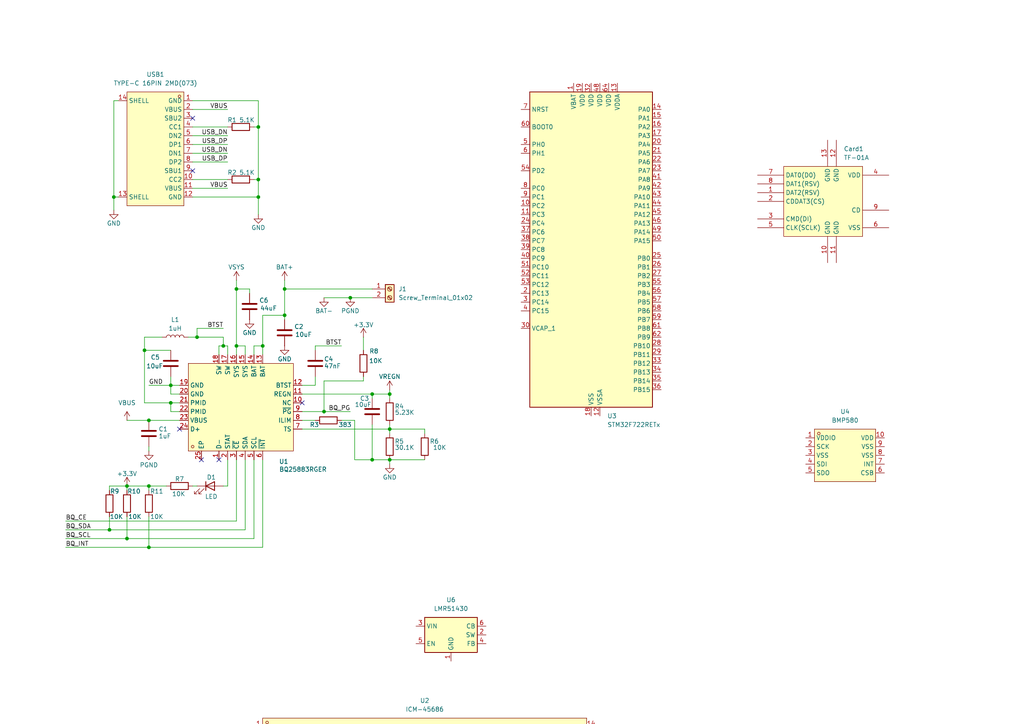
<source format=kicad_sch>
(kicad_sch (version 20250114) (generator "eeschema") (generator_version "9.0")
  (paper "A4")
  (lib_symbols
    (symbol "Connector:Screw_Terminal_01x02" (pin_names (offset 1.016) (hide yes))
      (property "Reference" "J" (at 0 2.54 0))
      (property "Value" "Screw_Terminal_01x02" (at 0 -5.08 0))
      (symbol "Screw_Terminal_01x02_1_1"
        (rectangle (start -1.27 1.27) (end 1.27 -3.81) (stroke (width 0.254)) (fill (type background)))
        (polyline (pts (xy -0.5334 0.3302) (xy 0.3302 -0.508)) (stroke (width 0.1524)))
        (polyline (pts (xy -0.5334 -2.2098) (xy 0.3302 -3.048)) (stroke (width 0.1524)))
        (polyline (pts (xy -0.3556 0.508) (xy 0.508 -0.3302)) (stroke (width 0.1524)))
        (polyline (pts (xy -0.3556 -2.032) (xy 0.508 -2.8702)) (stroke (width 0.1524)))
        (circle (center 0 0) (radius 0.635) (stroke (width 0.1524)))
        (circle (center 0 -2.54) (radius 0.635) (stroke (width 0.1524)))
        (pin passive line (at -5.08 0 0) (length 3.81) (name "Pin_1") (number "1"))
        (pin passive line (at -5.08 -2.54 0) (length 3.81) (name "Pin_2") (number "2"))
      )
    )
    (symbol "Device:C" (pin_numbers (hide yes)) (pin_names (offset 0.254))
      (property "Reference" "C" (at 0.635 2.54 0))
      (property "Value" "C" (at 0.635 -2.54 0))
      (symbol "C_0_1"
        (polyline (pts (xy -2.032 0.762) (xy 2.032 0.762)) (stroke (width 0.508)))
        (polyline (pts (xy -2.032 -0.762) (xy 2.032 -0.762)) (stroke (width 0.508)))
      )
      (symbol "C_1_1"
        (pin passive line (at 0 3.81 270) (length 2.794) (name "~") (number "1"))
        (pin passive line (at 0 -3.81 90) (length 2.794) (name "~") (number "2"))
      )
    )
    (symbol "Device:L" (pin_numbers (hide yes)) (pin_names (offset 1.016) (hide yes))
      (property "Reference" "L" (at -1.27 0 90))
      (property "Value" "L" (at 1.905 0 90))
      (symbol "L_0_1"
        (arc (start 0 2.54) (mid 0.6323 1.905) (end 0 1.27))
        (arc (start 0 1.27) (mid 0.6323 0.635) (end 0 0))
        (arc (start 0 0) (mid 0.6323 -0.635) (end 0 -1.27))
        (arc (start 0 -1.27) (mid 0.6323 -1.905) (end 0 -2.54))
      )
      (symbol "L_1_1"
        (pin passive line (at 0 3.81 270) (length 1.27) (name "1") (number "1"))
        (pin passive line (at 0 -3.81 90) (length 1.27) (name "2") (number "2"))
      )
    )
    (symbol "Device:LED" (pin_numbers (hide yes)) (pin_names (offset 1.016) (hide yes))
      (property "Reference" "D" (at 0 2.54 0))
      (property "Value" "LED" (at 0 -2.54 0))
      (symbol "LED_0_1"
        (polyline (pts (xy -3.048 -0.762) (xy -4.572 -2.286) (xy -3.81 -2.286) (xy -4.572 -2.286) (xy -4.572 -1.524)))
        (polyline (pts (xy -1.778 -0.762) (xy -3.302 -2.286) (xy -2.54 -2.286) (xy -3.302 -2.286) (xy -3.302 -1.524)))
        (polyline (pts (xy -1.27 0) (xy 1.27 0)))
        (polyline (pts (xy -1.27 -1.27) (xy -1.27 1.27)) (stroke (width 0.254)))
        (polyline (pts (xy 1.27 -1.27) (xy 1.27 1.27) (xy -1.27 0) (xy 1.27 -1.27)) (stroke (width 0.254)))
      )
      (symbol "LED_1_1"
        (pin passive line (at -3.81 0 0) (length 2.54) (name "K") (number "1"))
        (pin passive line (at 3.81 0 180) (length 2.54) (name "A") (number "2"))
      )
    )
    (symbol "Device:R" (pin_numbers (hide yes)) (pin_names (offset 0))
      (property "Reference" "R" (at 2.032 0 90))
      (property "Value" "R" (at 0 0 90))
      (symbol "R_0_1"
        (rectangle (start -1.016 -2.54) (end 1.016 2.54) (stroke (width 0.254)))
      )
      (symbol "R_1_1"
        (pin passive line (at 0 3.81 270) (length 1.27) (name "~") (number "1"))
        (pin passive line (at 0 -3.81 90) (length 1.27) (name "~") (number "2"))
      )
    )
    (symbol "MCU_ST_STM32F7:STM32F722RETx"
      (property "Reference" "U" (at -17.78 46.99 0))
      (property "Value" "STM32F722RETx" (at 10.16 46.99 0))
      (symbol "STM32F722RETx_0_1"
        (rectangle (start -17.78 -45.72) (end 17.78 45.72) (stroke (width 0.254)) (fill (type background)))
      )
      (symbol "STM32F722RETx_1_1"
        (pin input line (at -20.32 40.64 0) (length 2.54) (name "NRST") (number "7"))
        (pin input line (at -20.32 35.56 0) (length 2.54) (name "BOOT0") (number "60"))
        (pin bidirectional line (at -20.32 30.48 0) (length 2.54) (name "PH0") (number "5"))
        (pin bidirectional line (at -20.32 27.94 0) (length 2.54) (name "PH1") (number "6"))
        (pin bidirectional line (at -20.32 22.86 0) (length 2.54) (name "PD2") (number "54"))
        (pin bidirectional line (at -20.32 17.78 0) (length 2.54) (name "PC0") (number "8"))
        (pin bidirectional line (at -20.32 15.24 0) (length 2.54) (name "PC1") (number "9"))
        (pin bidirectional line (at -20.32 12.7 0) (length 2.54) (name "PC2") (number "10"))
        (pin bidirectional line (at -20.32 10.16 0) (length 2.54) (name "PC3") (number "11"))
        (pin bidirectional line (at -20.32 7.62 0) (length 2.54) (name "PC4") (number "24"))
        (pin bidirectional line (at -20.32 5.08 0) (length 2.54) (name "PC6") (number "37"))
        (pin bidirectional line (at -20.32 2.54 0) (length 2.54) (name "PC7") (number "38"))
        (pin bidirectional line (at -20.32 0 0) (length 2.54) (name "PC8") (number "39"))
        (pin bidirectional line (at -20.32 -2.54 0) (length 2.54) (name "PC9") (number "40"))
        (pin bidirectional line (at -20.32 -5.08 0) (length 2.54) (name "PC10") (number "51"))
        (pin bidirectional line (at -20.32 -7.62 0) (length 2.54) (name "PC11") (number "52"))
        (pin bidirectional line (at -20.32 -10.16 0) (length 2.54) (name "PC12") (number "53"))
        (pin bidirectional line (at -20.32 -12.7 0) (length 2.54) (name "PC13") (number "2"))
        (pin bidirectional line (at -20.32 -15.24 0) (length 2.54) (name "PC14") (number "3"))
        (pin bidirectional line (at -20.32 -17.78 0) (length 2.54) (name "PC15") (number "4"))
        (pin power_out line (at -20.32 -22.86 0) (length 2.54) (name "VCAP_1") (number "30"))
        (pin power_in line (at -5.08 48.26 270) (length 2.54) (name "VBAT") (number "1"))
        (pin power_in line (at -2.54 48.26 270) (length 2.54) (name "VDD") (number "19"))
        (pin power_in line (at 0 48.26 270) (length 2.54) (name "VDD") (number "32"))
        (pin power_in line (at 0 -48.26 90) (length 2.54) (name "VSS") (number "18"))
        (pin passive line (at 0 -48.26 90) (length 2.54) (hide yes) (name "VSS") (number "31"))
        (pin passive line (at 0 -48.26 90) (length 2.54) (hide yes) (name "VSS") (number "47"))
        (pin passive line (at 0 -48.26 90) (length 2.54) (hide yes) (name "VSS") (number "63"))
        (pin power_in line (at 2.54 48.26 270) (length 2.54) (name "VDD") (number "48"))
        (pin power_in line (at 2.54 -48.26 90) (length 2.54) (name "VSSA") (number "12"))
        (pin power_in line (at 5.08 48.26 270) (length 2.54) (name "VDD") (number "64"))
        (pin power_in line (at 7.62 48.26 270) (length 2.54) (name "VDDA") (number "13"))
        (pin bidirectional line (at 20.32 40.64 180) (length 2.54) (name "PA0") (number "14"))
        (pin bidirectional line (at 20.32 38.1 180) (length 2.54) (name "PA1") (number "15"))
        (pin bidirectional line (at 20.32 35.56 180) (length 2.54) (name "PA2") (number "16"))
        (pin bidirectional line (at 20.32 33.02 180) (length 2.54) (name "PA3") (number "17"))
        (pin bidirectional line (at 20.32 30.48 180) (length 2.54) (name "PA4") (number "20"))
        (pin bidirectional line (at 20.32 27.94 180) (length 2.54) (name "PA5") (number "21"))
        (pin bidirectional line (at 20.32 25.4 180) (length 2.54) (name "PA6") (number "22"))
        (pin bidirectional line (at 20.32 22.86 180) (length 2.54) (name "PA7") (number "23"))
        (pin bidirectional line (at 20.32 20.32 180) (length 2.54) (name "PA8") (number "41"))
        (pin bidirectional line (at 20.32 17.78 180) (length 2.54) (name "PA9") (number "42"))
        (pin bidirectional line (at 20.32 15.24 180) (length 2.54) (name "PA10") (number "43"))
        (pin bidirectional line (at 20.32 12.7 180) (length 2.54) (name "PA11") (number "44"))
        (pin bidirectional line (at 20.32 10.16 180) (length 2.54) (name "PA12") (number "45"))
        (pin bidirectional line (at 20.32 7.62 180) (length 2.54) (name "PA13") (number "46"))
        (pin bidirectional line (at 20.32 5.08 180) (length 2.54) (name "PA14") (number "49"))
        (pin bidirectional line (at 20.32 2.54 180) (length 2.54) (name "PA15") (number "50"))
        (pin bidirectional line (at 20.32 -2.54 180) (length 2.54) (name "PB0") (number "25"))
        (pin bidirectional line (at 20.32 -5.08 180) (length 2.54) (name "PB1") (number "26"))
        (pin bidirectional line (at 20.32 -7.62 180) (length 2.54) (name "PB2") (number "27"))
        (pin bidirectional line (at 20.32 -10.16 180) (length 2.54) (name "PB3") (number "55"))
        (pin bidirectional line (at 20.32 -12.7 180) (length 2.54) (name "PB4") (number "56"))
        (pin bidirectional line (at 20.32 -15.24 180) (length 2.54) (name "PB5") (number "57"))
        (pin bidirectional line (at 20.32 -17.78 180) (length 2.54) (name "PB6") (number "58"))
        (pin bidirectional line (at 20.32 -20.32 180) (length 2.54) (name "PB7") (number "59"))
        (pin bidirectional line (at 20.32 -22.86 180) (length 2.54) (name "PB8") (number "61"))
        (pin bidirectional line (at 20.32 -25.4 180) (length 2.54) (name "PB9") (number "62"))
        (pin bidirectional line (at 20.32 -27.94 180) (length 2.54) (name "PB10") (number "28"))
        (pin bidirectional line (at 20.32 -30.48 180) (length 2.54) (name "PB11") (number "29"))
        (pin bidirectional line (at 20.32 -33.02 180) (length 2.54) (name "PB12") (number "33"))
        (pin bidirectional line (at 20.32 -35.56 180) (length 2.54) (name "PB13") (number "34"))
        (pin bidirectional line (at 20.32 -38.1 180) (length 2.54) (name "PB14") (number "35"))
        (pin bidirectional line (at 20.32 -40.64 180) (length 2.54) (name "PB15") (number "36"))
      )
    )
    (symbol "Regulator_Switching:LMR51430"
      (property "Reference" "U" (at -7.62 6.35 0))
      (property "Value" "LMR51430" (at 0 6.35 0))
      (symbol "LMR51430_0_1"
        (rectangle (start -7.62 5.08) (end 7.62 -5.08) (stroke (width 0.254)) (fill (type background)))
      )
      (symbol "LMR51430_1_1"
        (pin power_in line (at -10.16 2.54 0) (length 2.54) (name "VIN") (number "3"))
        (pin input line (at -10.16 -2.54 0) (length 2.54) (name "EN") (number "5"))
        (pin power_in line (at 0 -7.62 90) (length 2.54) (name "GND") (number "1"))
        (pin passive line (at 10.16 2.54 180) (length 2.54) (name "CB") (number "6"))
        (pin power_out line (at 10.16 0 180) (length 2.54) (name "SW") (number "2"))
        (pin input line (at 10.16 -2.54 180) (length 2.54) (name "FB") (number "4"))
      )
    )
    (symbol "lcsc:BMP580"
      (property "Reference" "U" (at 0 10.16 0))
      (property "Value" "BMP580" (at 0 -10.16 0))
      (symbol "BMP580_0_1"
        (rectangle (start -8.89 7.62) (end 8.89 -7.62) (fill (type background)))
        (circle (center -7.62 6.35) (radius 0.38))
        (pin unspecified line (at -11.43 5.08 0) (length 2.54) (name "VDDIO") (number "1"))
        (pin unspecified line (at -11.43 2.54 0) (length 2.54) (name "SCK") (number "2"))
        (pin unspecified line (at -11.43 0 0) (length 2.54) (name "VSS") (number "3"))
        (pin unspecified line (at -11.43 -2.54 0) (length 2.54) (name "SDI") (number "4"))
        (pin unspecified line (at -11.43 -5.08 0) (length 2.54) (name "SDO") (number "5"))
        (pin unspecified line (at 11.43 5.08 180) (length 2.54) (name "VDD") (number "10"))
        (pin unspecified line (at 11.43 2.54 180) (length 2.54) (name "VSS") (number "9"))
        (pin unspecified line (at 11.43 0 180) (length 2.54) (name "VSS") (number "8"))
        (pin unspecified line (at 11.43 -2.54 180) (length 2.54) (name "INT") (number "7"))
        (pin unspecified line (at 11.43 -5.08 180) (length 2.54) (name "CSB") (number "6"))
      )
    )
    (symbol "lcsc:BQ25883RGER"
      (property "Reference" "U" (at 0 22.86 0))
      (property "Value" "BQ25883RGER" (at 0 -22.86 0))
      (symbol "BQ25883RGER_0_1"
        (rectangle (start -12.7 15.24) (end 12.7 -15.24) (fill (type background)))
        (circle (center -11.43 13.97) (radius 0.38))
        (pin unspecified line (at -15.24 11.43 0) (length 2.54) (name "EP") (number "25"))
        (pin unspecified line (at -15.24 6.35 0) (length 2.54) (name "D-") (number "1"))
        (pin unspecified line (at -15.24 3.81 0) (length 2.54) (name "STAT") (number "2"))
        (pin unspecified line (at -15.24 1.27 0) (length 2.54) (name "~{CE}") (number "3"))
        (pin unspecified line (at -15.24 -1.27 0) (length 2.54) (name "SDA") (number "4"))
        (pin unspecified line (at -15.24 -3.81 0) (length 2.54) (name "SCL") (number "5"))
        (pin unspecified line (at -15.24 -6.35 0) (length 2.54) (name "~{INT}") (number "6"))
        (pin unspecified line (at -6.35 17.78 270) (length 2.54) (name "D+") (number "24"))
        (pin unspecified line (at -6.35 -17.78 90) (length 2.54) (name "TS") (number "7"))
        (pin unspecified line (at -3.81 17.78 270) (length 2.54) (name "VBUS") (number "23"))
        (pin unspecified line (at -3.81 -17.78 90) (length 2.54) (name "ILIM") (number "8"))
        (pin unspecified line (at -1.27 17.78 270) (length 2.54) (name "PMID") (number "22"))
        (pin unspecified line (at -1.27 -17.78 90) (length 2.54) (name "~{PG}") (number "9"))
        (pin unspecified line (at 1.27 17.78 270) (length 2.54) (name "PMID") (number "21"))
        (pin unspecified line (at 1.27 -17.78 90) (length 2.54) (name "NC") (number "10"))
        (pin unspecified line (at 3.81 17.78 270) (length 2.54) (name "GND") (number "20"))
        (pin unspecified line (at 3.81 -17.78 90) (length 2.54) (name "REGN") (number "11"))
        (pin unspecified line (at 6.35 17.78 270) (length 2.54) (name "GND") (number "19"))
        (pin unspecified line (at 6.35 -17.78 90) (length 2.54) (name "BTST") (number "12"))
        (pin unspecified line (at 15.24 6.35 180) (length 2.54) (name "SW") (number "18"))
        (pin unspecified line (at 15.24 3.81 180) (length 2.54) (name "SW") (number "17"))
        (pin unspecified line (at 15.24 1.27 180) (length 2.54) (name "SYS") (number "16"))
        (pin unspecified line (at 15.24 -1.27 180) (length 2.54) (name "SYS") (number "15"))
        (pin unspecified line (at 15.24 -3.81 180) (length 2.54) (name "BAT") (number "14"))
        (pin unspecified line (at 15.24 -6.35 180) (length 2.54) (name "BAT") (number "13"))
      )
    )
    (symbol "lcsc:ICM-45686"
      (property "Reference" "U" (at 0 12.7 0))
      (property "Value" "ICM-45686" (at 0 -12.7 0))
      (symbol "ICM-45686_0_1"
        (rectangle (start -46.99 10.16) (end 46.99 -10.16) (fill (type background)))
        (circle (center -45.72 8.89) (radius 0.38))
        (pin unspecified line (at -49.53 7.62 0) (length 2.54) (name "AP_SDO/AP_AD0") (number "1"))
        (pin unspecified line (at -49.53 5.08 0) (length 2.54) (name "RESV/AUX1_SDIO/AUX1_SDI/MAS_DA") (number "2"))
        (pin unspecified line (at -49.53 2.54 0) (length 2.54) (name "RESV/AUX1_SCLK/MAS_CLK") (number "3"))
        (pin unspecified line (at -49.53 0 0) (length 2.54) (name "INT1/INT") (number "4"))
        (pin unspecified line (at -49.53 -2.54 0) (length 2.54) (name "VDDIO") (number "5"))
        (pin unspecified line (at -49.53 -5.08 0) (length 2.54) (name "GND") (number "6"))
        (pin unspecified line (at -49.53 -7.62 0) (length 2.54) (name "RESV") (number "7"))
        (pin unspecified line (at 49.53 7.62 180) (length 2.54) (name "AP_SDA/AP_SDIO/AP_SDI") (number "14"))
        (pin unspecified line (at 49.53 5.08 180) (length 2.54) (name "AP_SCL/AP_SCLK") (number "13"))
        (pin unspecified line (at 49.53 2.54 180) (length 2.54) (name "AP_CS") (number "12"))
        (pin unspecified line (at 49.53 0 180) (length 2.54) (name "RESV/AUX1_SDO") (number "11"))
        (pin unspecified line (at 49.53 -2.54 180) (length 2.54) (name "RESV/AUX1_CS") (number "10"))
        (pin unspecified line (at 49.53 -5.08 180) (length 2.54) (name "INT2/FSYNC/CLKIN") (number "9"))
        (pin unspecified line (at 49.53 -7.62 180) (length 2.54) (name "VDD") (number "8"))
      )
    )
    (symbol "lcsc:TF-01A"
      (property "Reference" "Card" (at 0 22.86 0))
      (property "Value" "TF-01A" (at 0 -22.86 0))
      (symbol "TF-01A_0_1"
        (rectangle (start -11.43 10.16) (end 11.43 -10.16) (fill (type background)))
        (pin bidirectional line (at -19.05 7.62 0) (length 7.62) (name "DAT0(D0)") (number "7"))
        (pin bidirectional line (at -19.05 5.08 0) (length 7.62) (name "DAT1(RSV)") (number "8"))
        (pin bidirectional line (at -19.05 2.54 0) (length 7.62) (name "DAT2(RSV)") (number "1"))
        (pin bidirectional line (at -19.05 0 0) (length 7.62) (name "CDDAT3(CS)") (number "2"))
        (pin input line (at -19.05 -5.08 0) (length 7.62) (name "CMD(DI)") (number "3"))
        (pin input line (at -19.05 -7.62 0) (length 7.62) (name "CLK(SCLK)") (number "5"))
        (pin input line (at 1.27 17.78 270) (length 7.62) (name "GND") (number "13"))
        (pin input line (at 1.27 -17.78 90) (length 7.62) (name "GND") (number "10"))
        (pin input line (at 3.81 17.78 270) (length 7.62) (name "GND") (number "12"))
        (pin input line (at 3.81 -17.78 90) (length 7.62) (name "GND") (number "11"))
        (pin input line (at 19.05 7.62 180) (length 7.62) (name "VDD") (number "4"))
        (pin input line (at 19.05 -2.54 180) (length 7.62) (name "CD") (number "9"))
        (pin input line (at 19.05 -7.62 180) (length 7.62) (name "VSS") (number "6"))
      )
    )
    (symbol "lcsc:TPS63070RNMR"
      (property "Reference" "U" (at 0 13.97 0))
      (property "Value" "TPS63070RNMR" (at 0 -13.97 0))
      (symbol "TPS63070RNMR_0_1"
        (rectangle (start -11.43 11.43) (end 11.43 -11.43) (fill (type background)))
        (circle (center -10.16 10.16) (radius 0.38))
        (pin unspecified line (at -13.97 8.89 0) (length 2.54) (name "PS/SYNC") (number "1"))
        (pin unspecified line (at -13.97 6.35 0) (length 2.54) (name "PG") (number "2"))
        (pin unspecified line (at -13.97 3.81 0) (length 2.54) (name "Vaux") (number "3"))
        (pin unspecified line (at -13.97 1.27 0) (length 2.54) (name "GND") (number "4"))
        (pin unspecified line (at -13.97 -1.27 0) (length 2.54) (name "FB") (number "5"))
        (pin unspecified line (at -13.97 -3.81 0) (length 2.54) (name "FB2") (number "6"))
        (pin unspecified line (at -13.97 -6.35 0) (length 2.54) (name "Vout") (number "7"))
        (pin unspecified line (at -13.97 -8.89 0) (length 2.54) (name "Vout") (number "8"))
        (pin unspecified line (at 13.97 8.89 180) (length 2.54) (name "Vsel") (number "15"))
        (pin unspecified line (at 13.97 6.35 180) (length 2.54) (name "EN") (number "14"))
        (pin unspecified line (at 13.97 3.81 180) (length 2.54) (name "Vin") (number "13"))
        (pin unspecified line (at 13.97 1.27 180) (length 2.54) (name "Vin") (number "12"))
        (pin unspecified line (at 13.97 -1.27 180) (length 2.54) (name "L1") (number "11"))
        (pin unspecified line (at 13.97 -3.81 180) (length 2.54) (name "PGND") (number "10"))
        (pin unspecified line (at 13.97 -6.35 180) (length 2.54) (name "L2") (number "9"))
      )
    )
    (symbol "lcsc:TYPE-C16PIN2MD(073)"
      (property "Reference" "USB" (at 0 19.05 0))
      (property "Value" "TYPE-C 16PIN 2MD(073)" (at 0 -19.05 0))
      (symbol "TYPE-C16PIN2MD(073)_0_1"
        (rectangle (start -8.89 16.51) (end 7.62 -16.51) (fill (type background)))
        (circle (center -7.62 15.24) (radius 0.38))
        (pin unspecified line (at -11.43 13.97 0) (length 2.54) (name "GND") (number "1"))
        (pin unspecified line (at -11.43 11.43 0) (length 2.54) (name "VBUS") (number "2"))
        (pin unspecified line (at -11.43 8.89 0) (length 2.54) (name "SBU2") (number "3"))
        (pin unspecified line (at -11.43 6.35 0) (length 2.54) (name "CC1") (number "4"))
        (pin unspecified line (at -11.43 3.81 0) (length 2.54) (name "DN2") (number "5"))
        (pin unspecified line (at -11.43 1.27 0) (length 2.54) (name "DP1") (number "6"))
        (pin unspecified line (at -11.43 -1.27 0) (length 2.54) (name "DN1") (number "7"))
        (pin unspecified line (at -11.43 -3.81 0) (length 2.54) (name "DP2") (number "8"))
        (pin unspecified line (at -11.43 -6.35 0) (length 2.54) (name "SBU1") (number "9"))
        (pin unspecified line (at -11.43 -8.89 0) (length 2.54) (name "CC2") (number "10"))
        (pin unspecified line (at -11.43 -11.43 0) (length 2.54) (name "VBUS") (number "11"))
        (pin unspecified line (at -11.43 -13.97 0) (length 2.54) (name "GND") (number "12"))
        (pin unspecified line (at 10.16 13.97 180) (length 2.54) (name "SHELL") (number "14"))
        (pin unspecified line (at 10.16 -13.97 180) (length 2.54) (name "SHELL") (number "13"))
      )
    )
    (symbol "power:+3.3V" (power) (pin_numbers (hide yes)) (pin_names (offset 0) (hide yes))
      (property "Value" "+3.3V" (at 0 3.556 0))
      (symbol "+3.3V_0_1"
        (polyline (pts (xy -0.762 1.27) (xy 0 2.54)))
        (polyline (pts (xy 0 2.54) (xy 0.762 1.27)))
        (polyline (pts (xy 0 0) (xy 0 2.54)))
      )
      (symbol "+3.3V_1_1"
        (pin power_in line (at 0 0 90) (length 0) (name "~") (number "1"))
      )
    )
    (symbol "power:+5V" (power) (pin_numbers (hide yes)) (pin_names (offset 0) (hide yes))
      (property "Value" "+5V" (at 0 3.556 0))
      (symbol "+5V_0_1"
        (polyline (pts (xy -0.762 1.27) (xy 0 2.54)))
        (polyline (pts (xy 0 2.54) (xy 0.762 1.27)))
        (polyline (pts (xy 0 0) (xy 0 2.54)))
      )
      (symbol "+5V_1_1"
        (pin power_in line (at 0 0 90) (length 0) (name "~") (number "1"))
      )
    )
    (symbol "power:GND" (power) (pin_numbers (hide yes)) (pin_names (offset 0) (hide yes))
      (property "Value" "GND" (at 0 -3.81 0))
      (symbol "GND_0_1"
        (polyline (pts (xy 0 0) (xy 0 -1.27) (xy 1.27 -1.27) (xy 0 -2.54) (xy -1.27 -1.27) (xy 0 -1.27)))
      )
      (symbol "GND_1_1"
        (pin power_in line (at 0 0 270) (length 0) (name "~") (number "1"))
      )
    )
    (symbol "power:GNDA" (power) (pin_numbers (hide yes)) (pin_names (offset 0) (hide yes))
      (property "Value" "GNDA" (at 0 -3.81 0))
      (symbol "GNDA_0_1"
        (polyline (pts (xy 0 0) (xy 0 -1.27) (xy 1.27 -1.27) (xy 0 -2.54) (xy -1.27 -1.27) (xy 0 -1.27)))
      )
      (symbol "GNDA_1_1"
        (pin power_in line (at 0 0 270) (length 0) (name "~") (number "1"))
      )
    )
    (symbol "power:VBUS" (power) (pin_numbers (hide yes)) (pin_names (offset 0) (hide yes))
      (property "Value" "VBUS" (at 0 3.556 0))
      (symbol "VBUS_0_1"
        (polyline (pts (xy -0.762 1.27) (xy 0 2.54)))
        (polyline (pts (xy 0 2.54) (xy 0.762 1.27)))
        (polyline (pts (xy 0 0) (xy 0 2.54)))
      )
      (symbol "VBUS_1_1"
        (pin power_in line (at 0 0 90) (length 0) (name "~") (number "1"))
      )
    )
  )
  (junction (at -17.78 247.65))
  (junction (at -34.29 247.65))
  (junction (at 74.93 52.07))
  (junction (at 68.58 100.33))
  (junction (at 93.98 119.38))
  (junction (at 36.83 156.21))
  (junction (at 31.75 153.67))
  (junction (at -44.45 247.65))
  (junction (at 43.18 121.92))
  (junction (at -24.13 228.6))
  (junction (at 57.15 97.79))
  (junction (at 82.55 91.44))
  (junction (at 33.02 57.15))
  (junction (at 27.94 265.43))
  (junction (at 74.93 57.15))
  (junction (at 22.86 257.81))
  (junction (at -24.13 255.27))
  (junction (at 15.24 257.81))
  (junction (at 48.26 257.81))
  (junction (at 76.2 100.33))
  (junction (at -24.13 247.65))
  (junction (at 82.55 83.82))
  (junction (at 113.03 133.35))
  (junction (at 41.91 101.6))
  (junction (at 107.95 114.3))
  (junction (at 36.83 140.97))
  (junction (at 113.03 124.46))
  (junction (at 49.53 111.76))
  (junction (at 68.58 83.82))
  (junction (at 22.86 251.46))
  (junction (at 74.93 36.83))
  (junction (at 64.77 100.33))
  (junction (at -27.94 247.65))
  (junction (at 38.1 257.81))
  (junction (at 17.78 257.81))
  (junction (at 24.13 248.92))
  (junction (at 43.18 140.97))
  (junction (at -34.29 255.27))
  (junction (at 107.95 133.35))
  (junction (at 48.26 265.43))
  (junction (at 27.94 257.81))
  (junction (at 49.53 116.84))
  (junction (at 101.6 86.36))
  (junction (at 38.1 265.43))
  (junction (at 43.18 158.75))
  (junction (at 113.03 114.3))
  (no_connect (at 52.07 124.46))
  (no_connect (at 63.5 133.35))
  (no_connect (at 87.63 116.84))
  (no_connect (at 55.88 34.29))
  (no_connect (at 58.42 133.35))
  (no_connect (at 55.88 49.53))
  (wire (pts (xy 33.02 57.15) (xy 34.29 57.15)))
  (wire (pts (xy 76.2 158.75) (xy 76.2 133.35)))
  (wire (pts (xy 99.06 121.92) (xy 102.87 121.92)))
  (wire (pts (xy 30.48 248.92) (xy 24.13 248.92)))
  (wire (pts (xy 41.91 97.79) (xy 41.91 101.6)))
  (wire (pts (xy 15.24 256.54) (xy 15.24 257.81)))
  (wire (pts (xy 24.13 246.38) (xy 22.86 246.38)))
  (wire (pts (xy 15.24 257.81) (xy 15.24 259.08)))
  (wire (pts (xy 57.15 95.25) (xy 57.15 97.79)))
  (wire (pts (xy 41.91 97.79) (xy 46.99 97.79)))
  (wire (pts (xy -17.78 254) (xy -17.78 255.27)))
  (wire (pts (xy -27.94 228.6) (xy -24.13 228.6)))
  (wire (pts (xy 19.05 153.67) (xy 31.75 153.67)))
  (wire (pts (xy 72.39 83.82) (xy 72.39 85.09)))
  (wire (pts (xy 93.98 119.38) (xy 101.6 119.38)))
  (wire (pts (xy 15.24 259.08) (xy 12.7 259.08)))
  (wire (pts (xy 55.88 36.83) (xy 66.04 36.83)))
  (wire (pts (xy 34.29 29.21) (xy 33.02 29.21)))
  (wire (pts (xy 15.24 241.3) (xy 12.7 241.3)))
  (wire (pts (xy 31.75 153.67) (xy 71.12 153.67)))
  (wire (pts (xy 113.03 113.03) (xy 113.03 114.3)))
  (wire (pts (xy 91.44 100.33) (xy 91.44 101.6)))
  (wire (pts (xy 36.83 156.21) (xy 73.66 156.21)))
  (wire (pts (xy 41.91 116.84) (xy 49.53 116.84)))
  (wire (pts (xy 49.53 109.22) (xy 49.53 111.76)))
  (wire (pts (xy 12.7 251.46) (xy 22.86 251.46)))
  (wire (pts (xy 63.5 100.33) (xy 64.77 100.33)))
  (wire (pts (xy 43.18 130.81) (xy 43.18 129.54)))
  (wire (pts (xy 27.94 257.81) (xy 38.1 257.81)))
  (wire (pts (xy 41.91 101.6) (xy 49.53 101.6)))
  (wire (pts (xy 68.58 100.33) (xy 68.58 102.87)))
  (wire (pts (xy 12.7 256.54) (xy 15.24 256.54)))
  (wire (pts (xy 12.7 248.92) (xy 24.13 248.92)))
  (wire (pts (xy 93.98 110.49) (xy 93.98 119.38)))
  (wire (pts (xy 123.19 124.46) (xy 123.19 125.73)))
  (wire (pts (xy 74.93 29.21) (xy 74.93 36.83)))
  (wire (pts (xy 33.02 29.21) (xy 33.02 57.15)))
  (wire (pts (xy 64.77 97.79) (xy 64.77 100.33)))
  (wire (pts (xy 63.5 102.87) (xy 63.5 100.33)))
  (wire (pts (xy 43.18 140.97) (xy 43.18 142.24)))
  (wire (pts (xy 87.63 114.3) (xy 107.95 114.3)))
  (wire (pts (xy 107.95 86.36) (xy 101.6 86.36)))
  (wire (pts (xy -17.78 246.38) (xy -15.24 246.38)))
  (wire (pts (xy 43.18 111.76) (xy 49.53 111.76)))
  (wire (pts (xy 22.86 251.46) (xy 22.86 257.81)))
  (wire (pts (xy 43.18 121.92) (xy 52.07 121.92)))
  (wire (pts (xy 82.55 92.71) (xy 82.55 91.44)))
  (wire (pts (xy 68.58 83.82) (xy 68.58 100.33)))
  (wire (pts (xy 52.07 114.3) (xy 49.53 114.3)))
  (wire (pts (xy 82.55 81.28) (xy 82.55 83.82)))
  (wire (pts (xy 74.93 62.23) (xy 74.93 57.15)))
  (wire (pts (xy 73.66 156.21) (xy 73.66 133.35)))
  (wire (pts (xy 22.86 257.81) (xy 27.94 257.81)))
  (wire (pts (xy -15.24 256.54) (xy -15.24 266.7)))
  (wire (pts (xy 22.86 251.46) (xy 34.29 251.46)))
  (wire (pts (xy 57.15 140.97) (xy 55.88 140.97)))
  (wire (pts (xy 68.58 151.13) (xy 68.58 133.35)))
  (wire (pts (xy 52.07 119.38) (xy 49.53 119.38)))
  (wire (pts (xy 50.8 257.81) (xy 48.26 257.81)))
  (wire (pts (xy 73.66 52.07) (xy 74.93 52.07)))
  (wire (pts (xy 33.02 57.15) (xy 33.02 60.96)))
  (wire (pts (xy 101.6 86.36) (xy 93.98 86.36)))
  (wire (pts (xy -24.13 255.27) (xy -17.78 255.27)))
  (wire (pts (xy -45.72 247.65) (xy -44.45 247.65)))
  (wire (pts (xy 87.63 111.76) (xy 91.44 111.76)))
  (wire (pts (xy 55.88 52.07) (xy 66.04 52.07)))
  (wire (pts (xy 15.24 257.81) (xy 17.78 257.81)))
  (wire (pts (xy 55.88 29.21) (xy 74.93 29.21)))
  (wire (pts (xy 74.93 57.15) (xy 55.88 57.15)))
  (wire (pts (xy 66.04 100.33) (xy 66.04 102.87)))
  (wire (pts (xy 66.04 46.99) (xy 55.88 46.99)))
  (wire (pts (xy 17.78 257.81) (xy 22.86 257.81)))
  (wire (pts (xy 102.87 133.35) (xy 107.95 133.35)))
  (wire (pts (xy 54.61 97.79) (xy 57.15 97.79)))
  (wire (pts (xy -45.72 233.68) (xy -45.72 247.65)))
  (wire (pts (xy 49.53 111.76) (xy 52.07 111.76)))
  (wire (pts (xy 107.95 115.57) (xy 107.95 114.3)))
  (wire (pts (xy 19.05 158.75) (xy 43.18 158.75)))
  (wire (pts (xy -20.32 251.46) (xy -20.32 259.08)))
  (wire (pts (xy 105.41 110.49) (xy 105.41 109.22)))
  (wire (pts (xy 50.8 265.43) (xy 48.26 265.43)))
  (wire (pts (xy -27.94 242.57) (xy -27.94 247.65)))
  (wire (pts (xy 27.94 265.43) (xy 38.1 265.43)))
  (wire (pts (xy 91.44 111.76) (xy 91.44 109.22)))
  (wire (pts (xy 41.91 101.6) (xy 41.91 116.84)))
  (wire (pts (xy 76.2 100.33) (xy 76.2 102.87)))
  (wire (pts (xy -15.24 266.7) (xy -20.32 266.7)))
  (wire (pts (xy -24.13 243.84) (xy -24.13 228.6)))
  (wire (pts (xy 113.03 125.73) (xy 113.03 124.46)))
  (wire (pts (xy 74.93 36.83) (xy 74.93 52.07)))
  (wire (pts (xy 73.66 36.83) (xy 74.93 36.83)))
  (wire (pts (xy 31.75 140.97) (xy 31.75 142.24)))
  (wire (pts (xy 71.12 153.67) (xy 71.12 133.35)))
  (wire (pts (xy -27.94 234.95) (xy -27.94 228.6)))
  (wire (pts (xy -24.13 247.65) (xy -17.78 247.65)))
  (wire (pts (xy 49.53 119.38) (xy 49.53 116.84)))
  (wire (pts (xy 36.83 121.92) (xy 43.18 121.92)))
  (wire (pts (xy 113.03 114.3) (xy 113.03 115.57)))
  (wire (pts (xy -27.94 247.65) (xy -24.13 247.65)))
  (wire (pts (xy 87.63 124.46) (xy 113.03 124.46)))
  (wire (pts (xy 31.75 140.97) (xy 36.83 140.97)))
  (wire (pts (xy 99.06 100.33) (xy 91.44 100.33)))
  (wire (pts (xy -44.45 247.65) (xy -34.29 247.65)))
  (wire (pts (xy 76.2 91.44) (xy 76.2 100.33)))
  (wire (pts (xy 107.95 133.35) (xy 113.03 133.35)))
  (wire (pts (xy -44.45 255.27) (xy -34.29 255.27)))
  (wire (pts (xy -34.29 247.65) (xy -27.94 247.65)))
  (wire (pts (xy 50.8 256.54) (xy 50.8 257.81)))
  (wire (pts (xy -17.78 248.92) (xy -17.78 247.65)))
  (wire (pts (xy 93.98 119.38) (xy 87.63 119.38)))
  (wire (pts (xy 57.15 97.79) (xy 64.77 97.79)))
  (wire (pts (xy 64.77 95.25) (xy 57.15 95.25)))
  (wire (pts (xy 17.78 265.43) (xy 27.94 265.43)))
  (wire (pts (xy 113.03 124.46) (xy 123.19 124.46)))
  (wire (pts (xy 91.44 121.92) (xy 87.63 121.92)))
  (wire (pts (xy 113.03 133.35) (xy 123.19 133.35)))
  (wire (pts (xy 66.04 140.97) (xy 64.77 140.97)))
  (wire (pts (xy 43.18 149.86) (xy 43.18 158.75)))
  (wire (pts (xy 68.58 81.28) (xy 68.58 83.82)))
  (wire (pts (xy 72.39 83.82) (xy 68.58 83.82)))
  (wire (pts (xy 64.77 100.33) (xy 66.04 100.33)))
  (wire (pts (xy 105.41 110.49) (xy 93.98 110.49)))
  (wire (pts (xy 82.55 91.44) (xy 76.2 91.44)))
  (wire (pts (xy 19.05 151.13) (xy 68.58 151.13)))
  (wire (pts (xy -21.59 241.3) (xy -15.24 241.3)))
  (wire (pts (xy 102.87 121.92) (xy 102.87 133.35)))
  (wire (pts (xy 73.66 102.87) (xy 73.66 100.33)))
  (wire (pts (xy 24.13 246.38) (xy 24.13 248.92)))
  (wire (pts (xy 66.04 44.45) (xy 55.88 44.45)))
  (wire (pts (xy 12.7 243.84) (xy 34.29 243.84)))
  (wire (pts (xy 36.83 149.86) (xy 36.83 156.21)))
  (wire (pts (xy 113.03 123.19) (xy 113.03 124.46)))
  (wire (pts (xy 49.53 111.76) (xy 49.53 114.3)))
  (wire (pts (xy 66.04 133.35) (xy 66.04 140.97)))
  (wire (pts (xy -34.29 255.27) (xy -24.13 255.27)))
  (wire (pts (xy 38.1 257.81) (xy 48.26 257.81)))
  (wire (pts (xy 43.18 158.75) (xy 76.2 158.75)))
  (wire (pts (xy 31.75 149.86) (xy 31.75 153.67)))
  (wire (pts (xy 38.1 265.43) (xy 48.26 265.43)))
  (wire (pts (xy 66.04 31.75) (xy 55.88 31.75)))
  (wire (pts (xy 113.03 133.35) (xy 113.03 134.62)))
  (wire (pts (xy 82.55 83.82) (xy 107.95 83.82)))
  (wire (pts (xy 74.93 52.07) (xy 74.93 57.15)))
  (wire (pts (xy 105.41 97.79) (xy 105.41 101.6)))
  (wire (pts (xy 73.66 100.33) (xy 76.2 100.33)))
  (wire (pts (xy 12.7 254) (xy 20.32 254)))
  (wire (pts (xy 49.53 116.84) (xy 52.07 116.84)))
  (wire (pts (xy -17.78 254) (xy -15.24 254)))
  (wire (pts (xy 66.04 54.61) (xy 55.88 54.61)))
  (wire (pts (xy 71.12 102.87) (xy 71.12 100.33)))
  (wire (pts (xy -15.24 243.84) (xy -24.13 243.84)))
  (wire (pts (xy 107.95 123.19) (xy 107.95 133.35)))
  (wire (pts (xy 19.05 156.21) (xy 36.83 156.21)))
  (wire (pts (xy 50.8 266.7) (xy 50.8 265.43)))
  (wire (pts (xy 66.04 41.91) (xy 55.88 41.91)))
  (wire (pts (xy 43.18 140.97) (xy 36.83 140.97)))
  (wire (pts (xy 107.95 114.3) (xy 113.03 114.3)))
  (wire (pts (xy -15.24 251.46) (xy -20.32 251.46)))
  (wire (pts (xy 43.18 140.97) (xy 48.26 140.97)))
  (wire (pts (xy 66.04 39.37) (xy 55.88 39.37)))
  (wire (pts (xy 82.55 83.82) (xy 82.55 91.44)))
  (wire (pts (xy -24.13 228.6) (xy 15.24 228.6)))
  (wire (pts (xy 15.24 228.6) (xy 15.24 241.3)))
  (wire (pts (xy 12.7 246.38) (xy 15.24 246.38)))
  (wire (pts (xy 71.12 100.33) (xy 68.58 100.33)))
  (wire (pts (xy 36.83 140.97) (xy 36.83 142.24)))
  (wire (pts (xy -15.24 248.92) (xy -17.78 248.92)))
  (wire (pts (xy -17.78 247.65) (xy -17.78 246.38)))
  (wire (pts (xy -34.29 255.27) (xy -34.29 259.08)))
  (label "BQ_SCL" (at 19.05 156.21 0))
  (label "USB_DP" (at 66.04 46.99 180))
  (label "BQ_CE" (at 19.05 151.13 0))
  (label "BQ_PG" (at 101.6 119.38 180))
  (label "USB_DP" (at 66.04 41.91 180))
  (label "GND" (at 30.48 248.92 180))
  (label "VBUS" (at 66.04 54.61 180))
  (label "BTST" (at 64.77 95.25 180))
  (label "BTST" (at 99.06 100.33 180))
  (label "BQ_SDA" (at 19.05 153.67 0))
  (label "VBUS" (at 66.04 31.75 180))
  (label "BQ_INT" (at 19.05 158.75 0))
  (label "USB_DN" (at 66.04 44.45 180))
  (label "GND" (at -21.59 241.3 0))
  (label "GND" (at 20.32 254 180))
  (label "GND" (at 43.18 111.76 0))
  (label "USB_DN" (at 66.04 39.37 180))
  (symbol (lib_id "Device:C") (at 43.18 125.73 0) (unit 1)
    (property "Reference" "C1" (at 45.974 124.46 0) (effects (justify left)))
    (property "Value" "1uF" (at 45.974 126.492 0) (effects (justify left)))
    (property "Description" "Unpolarized capacitor" (effects (hide yes)))
  )
  (symbol (lib_id "power:VBUS") (at 36.83 121.92 0) (unit 1)
    (property "Reference" "#PWR05" (effects (hide yes)))
    (property "Value" "VBUS" (at 36.83 116.84 0))
    (property "Description" "Power symbol creates a global label with name \"VBUS\"" (effects (hide yes)))
  )
  (symbol (lib_id "Device:L") (at -20.32 262.89 180) (unit 1)
    (property "Reference" "L2" (at -25.146 261.62 0) (effects (justify right)))
    (property "Value" "1uH" (at -25.146 264.16 0) (effects (justify right)))
    (property "Description" "Inductor" (effects (hide yes)))
  )
  (symbol (lib_id "lcsc:TPS63070RNMR") (at -1.27 250.19 0) (mirror y) (unit 1)
    (property "Reference" "U5" (at -1.27 233.68 0))
    (property "Value" "TPS63070RNMR" (at -1.27 236.22 0))
    (property "Footprint" "lcsc:VQFN-HR-15_L3.0-W2.5-P0.50-BL_TPS63070RNMR" (effects (hide yes)))
    (property "Datasheet" "https://lcsc.com/product-detail/DC-DC-Converters_TI_TPS63070RNMR_TPS63070RNMR_C109322.html" (effects (hide yes)))
    (property "LCSC Part" "C109322" (effects (hide yes)))
  )
  (symbol (lib_id "power:+3.3V") (at 36.83 140.97 0) (unit 1)
    (property "Reference" "#PWR012" (effects (hide yes)))
    (property "Value" "+3.3V" (at 36.83 137.414 0))
    (property "Description" "Power symbol creates a global label with name \"+3.3V\"" (effects (hide yes)))
  )
  (symbol (lib_id "power:+3.3V") (at 105.41 97.79 0) (unit 1)
    (property "Reference" "#PWR010" (effects (hide yes)))
    (property "Value" "+3.3V" (at 105.41 94.234 0))
    (property "Description" "Power symbol creates a global label with name \"+3.3V\"" (effects (hide yes)))
  )
  (symbol (lib_id "power:GND") (at -34.29 259.08 0) (unit 1)
    (property "Reference" "#PWR017" (effects (hide yes)))
    (property "Value" "GND" (at -34.29 262.89 0))
    (property "Description" "Power symbol creates a global label with name \"GND\" , ground" (effects (hide yes)))
  )
  (symbol (lib_id "Connector:Screw_Terminal_01x02") (at 113.03 83.82 0) (unit 1)
    (property "Reference" "J1" (at 115.57 83.8199 0) (effects (justify left)))
    (property "Value" "Screw_Terminal_01x02" (at 115.57 86.3599 0) (effects (justify left)))
    (property "Footprint" "TerminalBlock:TerminalBlock_Xinya_XY308-2.54-2P_1x02_P2.54mm_Horizontal" (effects (hide yes)))
    (property "Description" "Generic screw terminal, single row, 01x02, script generated (kicad-library-utils/schlib/autogen/connector/)" (effects (hide yes)))
  )
  (symbol (lib_id "Device:C") (at 19.05 246.38 90) (unit 1)
    (property "Reference" "C14" (at 16.256 240.538 90) (effects (justify right)))
    (property "Value" "100nF" (at 16.256 242.57 90) (effects (justify right)))
    (property "Description" "Unpolarized capacitor" (effects (hide yes)))
  )
  (symbol (lib_id "Device:C") (at 107.95 119.38 0) (unit 1)
    (property "Reference" "C3" (at 104.394 115.57 0) (effects (justify left)))
    (property "Value" "10uF" (at 102.87 117.348 0) (effects (justify left)))
    (property "Description" "Unpolarized capacitor" (effects (hide yes)))
  )
  (symbol (lib_id "Device:C") (at 82.55 96.52 0) (unit 1)
    (property "Reference" "C2" (at 85.344 94.742 0) (effects (justify left)))
    (property "Value" "10uF" (at 85.598 97.028 0) (effects (justify left)))
    (property "Description" "Unpolarized capacitor" (effects (hide yes)))
  )
  (symbol (lib_id "power:GND") (at 33.02 60.96 0) (unit 1)
    (property "Reference" "#PWR01" (effects (hide yes)))
    (property "Value" "GND" (at 33.02 64.77 0))
    (property "Description" "Power symbol creates a global label with name \"GND\" , ground" (effects (hide yes)))
  )
  (symbol (lib_id "power:GNDA") (at 43.18 130.81 0) (unit 1)
    (property "Reference" "#PWR07" (effects (hide yes)))
    (property "Value" "PGND" (at 43.18 134.874 0))
    (property "Description" "Power symbol creates a global label with name \"GNDA\" , analog ground" (effects (hide yes)))
  )
  (symbol (lib_id "power:GND") (at 74.93 62.23 0) (unit 1)
    (property "Reference" "#PWR02" (effects (hide yes)))
    (property "Value" "GND" (at 74.93 66.04 0))
    (property "Description" "Power symbol creates a global label with name \"GND\" , ground" (effects (hide yes)))
  )
  (symbol (lib_id "power:GNDA") (at 72.39 92.71 0) (unit 1)
    (property "Reference" "#PWR09" (effects (hide yes)))
    (property "Value" "GND" (at 72.39 96.52 0))
    (property "Description" "Power symbol creates a global label with name \"GNDA\" , analog ground" (effects (hide yes)))
  )
  (symbol (lib_id "power:GND") (at 50.8 266.7 0) (unit 1)
    (property "Reference" "#PWR018" (effects (hide yes)))
    (property "Value" "GND" (at 50.8 270.51 0))
    (property "Description" "Power symbol creates a global label with name \"GND\" , ground" (effects (hide yes)))
  )
  (symbol (lib_id "lcsc:TYPE-C16PIN2MD(073)") (at 44.45 43.18 0) (mirror y) (unit 1)
    (property "Reference" "USB1" (at 45.085 21.59 0))
    (property "Value" "TYPE-C 16PIN 2MD(073)" (at 45.085 24.13 0))
    (property "Footprint" "lcsc:USB-C-SMD_TYPE-C-6PIN-2MD-073" (effects (hide yes)))
    (property "LCSC Part" "C2765186" (effects (hide yes)))
  )
  (symbol (lib_id "Device:R") (at 113.03 119.38 180) (unit 1)
    (property "Reference" "R4" (at 115.824 117.856 0))
    (property "Value" "5.23K" (at 117.348 119.634 0))
    (property "Description" "Resistor" (effects (hide yes)))
  )
  (symbol (lib_id "Device:R") (at 31.75 146.05 180) (unit 1)
    (property "Reference" "R9" (at 33.274 142.494 0))
    (property "Value" "10K" (at 33.782 149.86 0))
    (property "Description" "Resistor" (effects (hide yes)))
  )
  (symbol (lib_id "Device:C") (at -34.29 251.46 0) (mirror y) (unit 1)
    (property "Reference" "C7" (at -37.338 250.698 0) (effects (justify left)))
    (property "Value" "10uF" (at -37.084 252.73 0) (effects (justify left)))
    (property "Footprint" "Capacitor_SMD:C_0805_2012Metric" (effects (hide yes)))
    (property "Description" "Unpolarized capacitor" (effects (hide yes)))
  )
  (symbol (lib_id "Device:R") (at 95.25 121.92 90) (unit 1)
    (property "Reference" "R3" (at 91.186 123.19 90))
    (property "Value" "383" (at 100.076 123.19 90))
    (property "Description" "Resistor" (effects (hide yes)))
  )
  (symbol (lib_id "Device:C") (at 72.39 88.9 0) (unit 1)
    (property "Reference" "C6" (at 75.184 87.122 0) (effects (justify left)))
    (property "Value" "44uF" (at 75.438 89.408 0) (effects (justify left)))
    (property "Description" "Unpolarized capacitor" (effects (hide yes)))
  )
  (symbol (lib_id "power:+3.3V") (at -45.72 233.68 0) (unit 1)
    (property "Reference" "#PWR015" (effects (hide yes)))
    (property "Value" "VSYS" (at -45.72 229.87 0))
    (property "Description" "Power symbol creates a global label with name \"+3.3V\"" (effects (hide yes)))
  )
  (symbol (lib_id "Device:C") (at 49.53 105.41 0) (unit 1)
    (property "Reference" "C5" (at 43.688 103.632 0) (effects (justify left)))
    (property "Value" "10uF" (at 42.418 106.172 0) (effects (justify left)))
    (property "Description" "Unpolarized capacitor" (effects (hide yes)))
  )
  (symbol (lib_id "power:+3.3V") (at 82.55 81.28 0) (unit 1)
    (property "Reference" "#PWR08" (effects (hide yes)))
    (property "Value" "BAT+" (at 82.55 77.47 0))
    (property "Description" "Power symbol creates a global label with name \"+3.3V\"" (effects (hide yes)))
  )
  (symbol (lib_id "Device:R") (at 43.18 146.05 180) (unit 1)
    (property "Reference" "R11" (at 45.466 142.494 0))
    (property "Value" "10K" (at 45.466 149.86 0))
    (property "Description" "Resistor" (effects (hide yes)))
  )
  (symbol (lib_id "power:+5V") (at 50.8 256.54 0) (unit 1)
    (property "Reference" "#PWR016" (effects (hide yes)))
    (property "Value" "+5V" (at 50.8 252.73 0))
    (property "Description" "Power symbol creates a global label with name \"+5V\"" (effects (hide yes)))
  )
  (symbol (lib_id "power:GNDA") (at 93.98 86.36 0) (unit 1)
    (property "Reference" "#PWR013" (effects (hide yes)))
    (property "Value" "BAT-" (at 93.98 90.17 0))
    (property "Description" "Power symbol creates a global label with name \"GNDA\" , analog ground" (effects (hide yes)))
  )
  (symbol (lib_id "Device:R") (at -27.94 238.76 0) (unit 1)
    (property "Reference" "R12" (at -33.274 236.982 0) (effects (justify left)))
    (property "Value" "10K" (at -33.528 239.014 0) (effects (justify left)))
    (property "Description" "Resistor" (effects (hide yes)))
  )
  (symbol (lib_id "Device:R") (at 52.07 140.97 270) (mirror x) (unit 1)
    (property "Reference" "R7" (at 52.07 138.938 90))
    (property "Value" "10K" (at 51.816 143.256 90))
    (property "Description" "Resistor" (effects (hide yes)))
  )
  (symbol (lib_id "Device:C") (at 48.26 261.62 0) (unit 1)
    (property "Reference" "C13" (at 51.308 260.858 0) (effects (justify left)))
    (property "Value" "22uF" (at 51.054 262.89 0) (effects (justify left)))
    (property "Footprint" "Capacitor_SMD:C_0805_2012Metric" (effects (hide yes)))
    (property "Description" "Unpolarized capacitor" (effects (hide yes)))
  )
  (symbol (lib_id "lcsc:TF-01A") (at 238.76 58.42 0) (unit 1)
    (property "Reference" "Card1" (at 244.7133 43.18 0) (effects (justify left)))
    (property "Value" "TF-01A" (at 244.7133 45.72 0) (effects (justify left)))
    (property "Footprint" "lcsc:TF-SMD_TF-01A" (effects (hide yes)))
    (property "Datasheet" "https://lcsc.com/product-detail/Card-Sockets_TF-01A_C91145.html" (effects (hide yes)))
    (property "LCSC Part" "C91145" (effects (hide yes)))
  )
  (symbol (lib_id "Device:C") (at 27.94 261.62 0) (unit 1)
    (property "Reference" "C11" (at 30.988 260.858 0) (effects (justify left)))
    (property "Value" "22uF" (at 30.734 262.89 0) (effects (justify left)))
    (property "Footprint" "Capacitor_SMD:C_0805_2012Metric" (effects (hide yes)))
    (property "Description" "Unpolarized capacitor" (effects (hide yes)))
  )
  (symbol (lib_id "power:+3.3V") (at 113.03 113.03 0) (unit 1)
    (property "Reference" "#PWR04" (effects (hide yes)))
    (property "Value" "VREGN" (at 113.03 109.22 0))
    (property "Description" "Power symbol creates a global label with name \"+3.3V\"" (effects (hide yes)))
  )
  (symbol (lib_id "MCU_ST_STM32F7:STM32F722RETx") (at 171.45 72.39 0) (unit 1)
    (property "Reference" "U3" (at 176.1333 120.65 0) (effects (justify left)))
    (property "Value" "STM32F722RETx" (at 176.1333 123.19 0) (effects (justify left)))
    (property "Footprint" "Package_QFP:LQFP-64_10x10mm_P0.5mm" (effects (hide yes)))
    (property "Datasheet" "https://www.st.com/resource/en/datasheet/stm32f722re.pdf" (effects (hide yes)))
    (property "Description" "STMicroelectronics Arm Cortex-M7 MCU, 512KB flash, 256KB RAM, 216 MHz, 1.7-3.6V, 50 GPIO, LQFP64" (effects (hide yes)))
  )
  (symbol (lib_id "Regulator_Switching:LMR51430") (at 130.81 184.15 0) (unit 1)
    (property "Reference" "U6" (at 130.81 173.99 0))
    (property "Value" "LMR51430" (at 130.81 176.53 0))
    (property "Footprint" "Package_TO_SOT_SMD:SOT-23-6" (effects (hide yes)))
    (property "Datasheet" "https://www.ti.com/lit/ds/symlink/lmr51430.pdf" (effects (hide yes)))
    (property "Description" "4.5-V to 36-V, 3-A synchronous buck converter with 40-µA IQ, SOT-23-6" (effects (hide yes)))
  )
  (symbol (lib_id "power:GNDA") (at 101.6 86.36 0) (unit 1)
    (property "Reference" "#PWR014" (effects (hide yes)))
    (property "Value" "PGND" (at 101.6 90.17 0))
    (property "Description" "Power symbol creates a global label with name \"GNDA\" , analog ground" (effects (hide yes)))
  )
  (symbol (lib_id "lcsc:ICM-45686") (at 123.19 218.44 0) (unit 1)
    (property "Reference" "U2" (at 123.19 203.2 0))
    (property "Value" "ICM-45686" (at 123.19 205.74 0))
    (property "Footprint" "lcsc:LGA-14_L3.0-W2.5-P0.50-TL" (effects (hide yes)))
    (property "LCSC Part" "C22459454" (effects (hide yes)))
  )
  (symbol (lib_id "Device:R") (at 105.41 105.41 180) (unit 1)
    (property "Reference" "R8" (at 108.458 101.854 0))
    (property "Value" "10K" (at 108.966 104.648 0))
    (property "Description" "Resistor" (effects (hide yes)))
  )
  (symbol (lib_id "Device:R") (at 123.19 129.54 180) (unit 1)
    (property "Reference" "R6" (at 125.984 128.016 0))
    (property "Value" "10K" (at 127.508 129.794 0))
    (property "Description" "Resistor" (effects (hide yes)))
  )
  (symbol (lib_id "lcsc:BQ25883RGER") (at 69.85 118.11 90) (unit 1)
    (property "Reference" "U1" (at 82.296 133.858 90))
    (property "Value" "BQ25883RGER" (at 87.884 136.144 90))
    (property "Footprint" "lcsc:VFQFPN-24_L4.0-W4.0-P0.50-BL-EP2.8" (effects (hide yes)))
    (property "LCSC Part" "C544362" (effects (hide yes)))
  )
  (symbol (lib_id "Device:LED") (at 60.96 140.97 0) (unit 1)
    (property "Reference" "D1" (at 59.944 138.43 0) (effects (justify left)))
    (property "Value" "LED" (at 59.436 144.018 0) (effects (justify left)))
    (property "Description" "Light emitting diode" (effects (hide yes)))
    (property "Sim.Pins" "1=K 2=A" (effects (hide yes)))
  )
  (symbol (lib_id "Device:C") (at 17.78 261.62 0) (unit 1)
    (property "Reference" "C12" (at 20.828 260.858 0) (effects (justify left)))
    (property "Value" "10uF" (at 20.574 262.89 0) (effects (justify left)))
    (property "Footprint" "Capacitor_SMD:C_0603_1608Metric" (effects (hide yes)))
    (property "Description" "Unpolarized capacitor" (effects (hide yes)))
  )
  (symbol (lib_id "Device:R") (at 69.85 36.83 90) (unit 1)
    (property "Reference" "R1" (at 67.31 34.798 90))
    (property "Value" "5.1K" (at 71.628 34.798 90))
    (property "Description" "Resistor" (effects (hide yes)))
  )
  (symbol (lib_id "Device:R") (at 113.03 129.54 180) (unit 1)
    (property "Reference" "R5" (at 115.824 128.016 0))
    (property "Value" "30.1K" (at 117.348 129.794 0))
    (property "Description" "Resistor" (effects (hide yes)))
  )
  (symbol (lib_id "Device:C") (at -44.45 251.46 0) (mirror y) (unit 1)
    (property "Reference" "C8" (at -47.498 250.698 0) (effects (justify left)))
    (property "Value" "10uF" (at -47.244 252.73 0) (effects (justify left)))
    (property "Footprint" "Capacitor_SMD:C_0805_2012Metric" (effects (hide yes)))
    (property "Description" "Unpolarized capacitor" (effects (hide yes)))
  )
  (symbol (lib_id "Device:L") (at 50.8 97.79 90) (unit 1)
    (property "Reference" "L1" (at 50.8 92.71 90))
    (property "Value" "1uH" (at 50.8 95.25 90))
    (property "Description" "Inductor" (effects (hide yes)))
  )
  (symbol (lib_id "Device:C") (at 91.44 105.41 0) (unit 1)
    (property "Reference" "C4" (at 93.98 104.14 0) (effects (justify left)))
    (property "Value" "47nF" (at 93.98 106.172 0) (effects (justify left)))
    (property "Description" "Unpolarized capacitor" (effects (hide yes)))
  )
  (symbol (lib_id "Device:R") (at 36.83 146.05 180) (unit 1)
    (property "Reference" "R10" (at 38.862 142.494 0))
    (property "Value" "10K" (at 39.116 149.86 0))
    (property "Description" "Resistor" (effects (hide yes)))
  )
  (symbol (lib_id "Device:R") (at 69.85 52.07 90) (unit 1)
    (property "Reference" "R2" (at 67.31 50.038 90))
    (property "Value" "5.1K" (at 71.628 50.038 90))
    (property "Description" "Resistor" (effects (hide yes)))
  )
  (symbol (lib_id "Device:C") (at -24.13 251.46 0) (mirror y) (unit 1)
    (property "Reference" "C9" (at -27.178 250.698 0) (effects (justify left)))
    (property "Value" "10uF" (at -26.924 252.73 0) (effects (justify left)))
    (property "Footprint" "Capacitor_SMD:C_0603_1608Metric" (effects (hide yes)))
    (property "Description" "Unpolarized capacitor" (effects (hide yes)))
  )
  (symbol (lib_id "power:+3.3V") (at 68.58 81.28 0) (unit 1)
    (property "Reference" "#PWR011" (effects (hide yes)))
    (property "Value" "VSYS" (at 68.58 77.47 0))
    (property "Description" "Power symbol creates a global label with name \"+3.3V\"" (effects (hide yes)))
  )
  (symbol (lib_id "Device:C") (at 38.1 261.62 0) (unit 1)
    (property "Reference" "C10" (at 41.148 260.858 0) (effects (justify left)))
    (property "Value" "22uF" (at 40.894 262.89 0) (effects (justify left)))
    (property "Footprint" "Capacitor_SMD:C_0805_2012Metric" (effects (hide yes)))
    (property "Description" "Unpolarized capacitor" (effects (hide yes)))
  )
  (symbol (lib_id "power:GNDA") (at 82.55 100.33 0) (unit 1)
    (property "Reference" "#PWR06" (effects (hide yes)))
    (property "Value" "GND" (at 82.55 104.14 0))
    (property "Description" "Power symbol creates a global label with name \"GNDA\" , analog ground" (effects (hide yes)))
  )
  (symbol (lib_id "Device:R") (at 34.29 247.65 180) (unit 1)
    (property "Reference" "R13" (at 37.592 246.126 0))
    (property "Value" "10K" (at 37.592 248.92 0))
    (property "Description" "Resistor" (effects (hide yes)))
  )
  (symbol (lib_id "power:GND") (at 113.03 134.62 0) (unit 1)
    (property "Reference" "#PWR03" (effects (hide yes)))
    (property "Value" "GND" (at 113.03 138.43 0))
    (property "Description" "Power symbol creates a global label with name \"GND\" , ground" (effects (hide yes)))
  )
  (symbol (lib_id "lcsc:BMP580") (at 245.11 132.08 0) (unit 1)
    (property "Reference" "U4" (at 245.11 119.38 0))
    (property "Value" "BMP580" (at 245.11 121.92 0))
    (property "Footprint" "lcsc:LGA-10_L2.0-W2.0-P0.50-TL_BMP580" (effects (hide yes)))
    (property "LCSC Part" "C22391138" (effects (hide yes)))
  )
)
</source>
